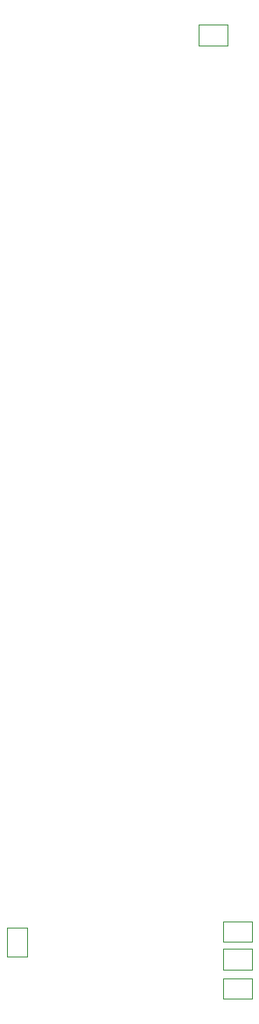
<source format=gbo>
%TF.GenerationSoftware,KiCad,Pcbnew,8.0.3*%
%TF.CreationDate,2025-07-22T23:59:42+01:00*%
%TF.ProjectId,Athena,41746865-6e61-42e6-9b69-6361645f7063,rev?*%
%TF.SameCoordinates,Original*%
%TF.FileFunction,Legend,Bot*%
%TF.FilePolarity,Positive*%
%FSLAX46Y46*%
G04 Gerber Fmt 4.6, Leading zero omitted, Abs format (unit mm)*
G04 Created by KiCad (PCBNEW 8.0.3) date 2025-07-22 23:59:42*
%MOMM*%
%LPD*%
G01*
G04 APERTURE LIST*
G04 Aperture macros list*
%AMRoundRect*
0 Rectangle with rounded corners*
0 $1 Rounding radius*
0 $2 $3 $4 $5 $6 $7 $8 $9 X,Y pos of 4 corners*
0 Add a 4 corners polygon primitive as box body*
4,1,4,$2,$3,$4,$5,$6,$7,$8,$9,$2,$3,0*
0 Add four circle primitives for the rounded corners*
1,1,$1+$1,$2,$3*
1,1,$1+$1,$4,$5*
1,1,$1+$1,$6,$7*
1,1,$1+$1,$8,$9*
0 Add four rect primitives between the rounded corners*
20,1,$1+$1,$2,$3,$4,$5,0*
20,1,$1+$1,$4,$5,$6,$7,0*
20,1,$1+$1,$6,$7,$8,$9,0*
20,1,$1+$1,$8,$9,$2,$3,0*%
G04 Aperture macros list end*
%ADD10C,0.120000*%
%ADD11R,3.000000X3.000000*%
%ADD12C,3.000000*%
%ADD13R,1.700000X1.700000*%
%ADD14O,1.700000X1.700000*%
%ADD15C,0.900000*%
%ADD16C,6.400000*%
%ADD17C,0.650000*%
%ADD18O,1.000000X2.100000*%
%ADD19O,1.000000X1.800000*%
%ADD20RoundRect,0.102000X0.654000X-0.654000X0.654000X0.654000X-0.654000X0.654000X-0.654000X-0.654000X0*%
%ADD21C,1.512000*%
%ADD22O,2.664000X1.434000*%
%ADD23R,2.000000X2.000000*%
%ADD24C,2.000000*%
%ADD25R,1.000000X1.500000*%
%ADD26R,1.500000X1.000000*%
G04 APERTURE END LIST*
D10*
%TO.C,JP5*%
X133060000Y-55840000D02*
X135860000Y-55840000D01*
X133060000Y-57840000D02*
X133060000Y-55840000D01*
X135860000Y-55840000D02*
X135860000Y-57840000D01*
X135860000Y-57840000D02*
X133060000Y-57840000D01*
%TO.C,JP2*%
X135450001Y-142500000D02*
X138250001Y-142500000D01*
X135450001Y-144500000D02*
X135450001Y-142500000D01*
X138250001Y-142500000D02*
X138250001Y-144500000D01*
X138250001Y-144500000D02*
X135450001Y-144500000D01*
%TO.C,JP3*%
X135450001Y-148000000D02*
X138250001Y-148000000D01*
X135450001Y-150000000D02*
X135450001Y-148000000D01*
X138250001Y-148000000D02*
X138250001Y-150000000D01*
X138250001Y-150000000D02*
X135450001Y-150000000D01*
%TO.C,JP4*%
X135450001Y-145146447D02*
X138250001Y-145146447D01*
X135450001Y-147146447D02*
X135450001Y-145146447D01*
X138250001Y-145146447D02*
X138250001Y-147146447D01*
X138250001Y-147146447D02*
X135450001Y-147146447D01*
%TO.C,JP1*%
X114500000Y-143100000D02*
X116500000Y-143100000D01*
X114500000Y-145900000D02*
X114500000Y-143100000D01*
X116500000Y-143100000D02*
X116500000Y-145900000D01*
X116500000Y-145900000D02*
X114500000Y-145900000D01*
%TD*%
%LPC*%
D11*
%TO.C,J11*%
X151000000Y-149660000D03*
D12*
X151000000Y-144580000D03*
%TD*%
D11*
%TO.C,J6*%
X122970000Y-160100000D03*
D12*
X128050000Y-160100000D03*
%TD*%
D13*
%TO.C,U6*%
X134000000Y-157460000D03*
D14*
X134000000Y-160000000D03*
X134000000Y-162540000D03*
%TD*%
D11*
%TO.C,J1*%
X151000000Y-78140000D03*
D12*
X151000000Y-73060000D03*
%TD*%
D13*
%TO.C,U21*%
X122200000Y-87000000D03*
D14*
X124740000Y-87000000D03*
X127280000Y-87000000D03*
X129820000Y-87000000D03*
%TD*%
D11*
%TO.C,J4*%
X100000000Y-144620000D03*
D12*
X100000000Y-149700000D03*
%TD*%
D15*
%TO.C,J12*%
X100500000Y-87500000D03*
X100500000Y-95500000D03*
%TD*%
D13*
%TO.C,U13*%
X117000000Y-157475000D03*
D14*
X117000000Y-160015000D03*
X117000000Y-162555000D03*
%TD*%
D13*
%TO.C,U9*%
X144800000Y-157475000D03*
D14*
X144800000Y-160015000D03*
X144800000Y-162555000D03*
%TD*%
D11*
%TO.C,J5*%
X151000000Y-67600000D03*
D12*
X151000000Y-62520000D03*
%TD*%
D13*
%TO.C,U12*%
X113400000Y-157475000D03*
D14*
X113400000Y-160015000D03*
X113400000Y-162555000D03*
%TD*%
D11*
%TO.C,J3*%
X100000000Y-134120000D03*
D12*
X100000000Y-139200000D03*
%TD*%
D16*
%TO.C,REF\u002A\u002A*%
X151000000Y-160000000D03*
%TD*%
D13*
%TO.C,U7*%
X137600000Y-157475000D03*
D14*
X137600000Y-160015000D03*
X137600000Y-162555000D03*
%TD*%
D13*
%TO.C,U4*%
X112500000Y-69420000D03*
D14*
X112500000Y-71960000D03*
X112500000Y-74500000D03*
X112500000Y-77040000D03*
%TD*%
D11*
%TO.C,J7*%
X100000000Y-73000000D03*
D12*
X100000000Y-78080000D03*
%TD*%
D16*
%TO.C,REF\u002A\u002A*%
X151000000Y-49000000D03*
%TD*%
D13*
%TO.C,U10*%
X106200000Y-157475000D03*
D14*
X106200000Y-160015000D03*
X106200000Y-162555000D03*
%TD*%
D16*
%TO.C,REF\u002A\u002A*%
X100000000Y-49000000D03*
%TD*%
D17*
%TO.C,J13*%
X128440000Y-50755000D03*
X122660000Y-50755000D03*
D18*
X129870000Y-51255000D03*
D19*
X129870000Y-47075000D03*
D18*
X121230000Y-51255000D03*
D19*
X121230000Y-47075000D03*
%TD*%
D11*
%TO.C,J2*%
X141040000Y-49000000D03*
D12*
X135960000Y-49000000D03*
%TD*%
D11*
%TO.C,J10*%
X151000000Y-139140000D03*
D12*
X151000000Y-134060000D03*
%TD*%
D13*
%TO.C,U11*%
X109800000Y-157475000D03*
D14*
X109800000Y-160015000D03*
X109800000Y-162555000D03*
%TD*%
D13*
%TO.C,U19*%
X132975000Y-113000000D03*
D14*
X135515000Y-113000000D03*
X138055000Y-113000000D03*
%TD*%
D13*
%TO.C,U22*%
X122200000Y-83350000D03*
D14*
X124740000Y-83350000D03*
X127280000Y-83350000D03*
X129820000Y-83350000D03*
%TD*%
D16*
%TO.C,REF\u002A\u002A*%
X100000000Y-160000000D03*
%TD*%
D20*
%TO.C,SW1*%
X152896000Y-108134000D03*
D21*
X152896000Y-106134000D03*
X152896000Y-104134000D03*
D22*
X152896000Y-110334000D03*
X152896000Y-101934000D03*
%TD*%
D13*
%TO.C,U8*%
X141200000Y-157460000D03*
D14*
X141200000Y-160000000D03*
X141200000Y-162540000D03*
%TD*%
D13*
%TO.C,U17*%
X137975000Y-99000000D03*
D14*
X140515000Y-99000000D03*
X143055000Y-99000000D03*
%TD*%
D11*
%TO.C,J8*%
X115130000Y-48950000D03*
D12*
X110050000Y-48950000D03*
%TD*%
D23*
%TO.C,BZ1*%
X139550000Y-71725000D03*
D24*
X134550000Y-71725000D03*
%TD*%
D11*
%TO.C,J9*%
X100000000Y-62520000D03*
D12*
X100000000Y-67600000D03*
%TD*%
D25*
%TO.C,JP5*%
X135110000Y-56840000D03*
X133810000Y-56840000D03*
%TD*%
%TO.C,JP2*%
X136200001Y-143500000D03*
X137500001Y-143500000D03*
%TD*%
%TO.C,JP3*%
X136200001Y-149000000D03*
X137500001Y-149000000D03*
%TD*%
%TO.C,JP4*%
X136200001Y-146146447D03*
X137500001Y-146146447D03*
%TD*%
D26*
%TO.C,JP1*%
X115500000Y-145150000D03*
X115500000Y-143850000D03*
%TD*%
%LPD*%
M02*

</source>
